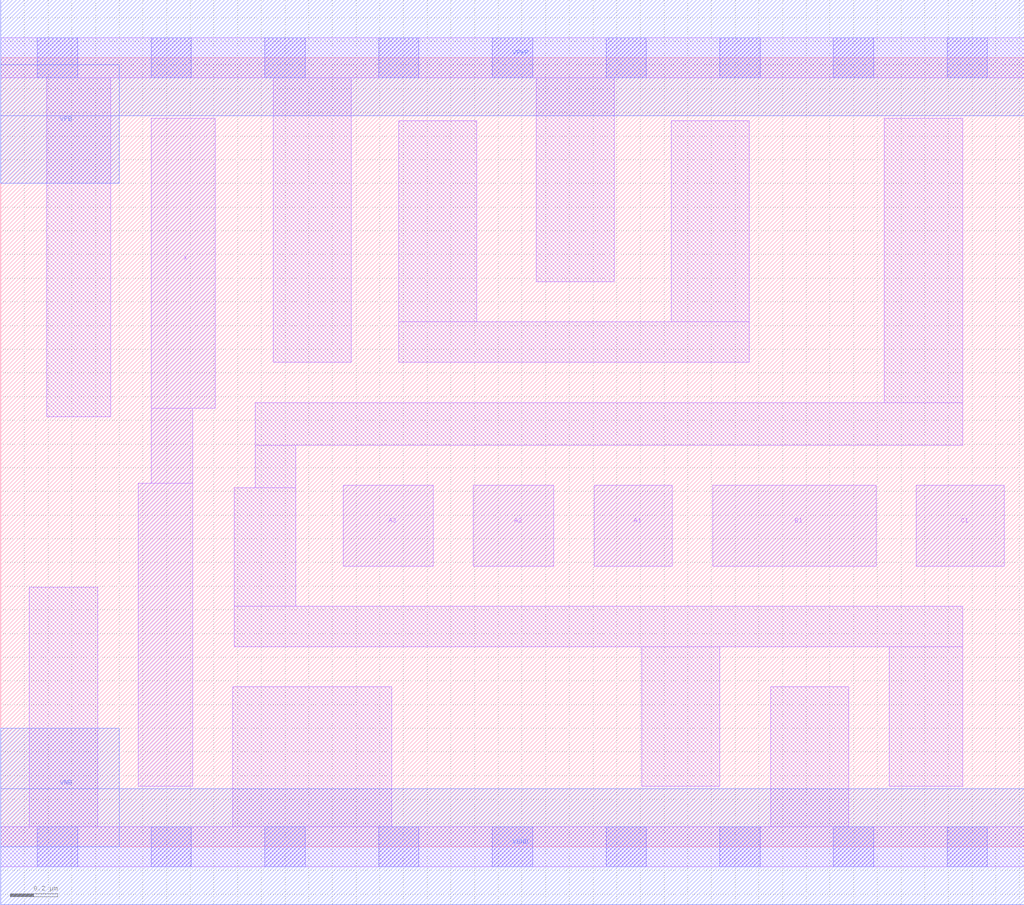
<source format=lef>
# Copyright 2020 The SkyWater PDK Authors
#
# Licensed under the Apache License, Version 2.0 (the "License");
# you may not use this file except in compliance with the License.
# You may obtain a copy of the License at
#
#     https://www.apache.org/licenses/LICENSE-2.0
#
# Unless required by applicable law or agreed to in writing, software
# distributed under the License is distributed on an "AS IS" BASIS,
# WITHOUT WARRANTIES OR CONDITIONS OF ANY KIND, either express or implied.
# See the License for the specific language governing permissions and
# limitations under the License.
#
# SPDX-License-Identifier: Apache-2.0

VERSION 5.5 ;
NAMESCASESENSITIVE ON ;
BUSBITCHARS "[]" ;
DIVIDERCHAR "/" ;
MACRO sky130_fd_sc_lp__a311o_2
  CLASS CORE ;
  SOURCE USER ;
  ORIGIN  0.000000  0.000000 ;
  SIZE  4.320000 BY  3.330000 ;
  SYMMETRY X Y R90 ;
  SITE unit ;
  PIN A1
    ANTENNAGATEAREA  0.315000 ;
    DIRECTION INPUT ;
    USE SIGNAL ;
    PORT
      LAYER li1 ;
        RECT 2.505000 1.185000 2.835000 1.525000 ;
    END
  END A1
  PIN A2
    ANTENNAGATEAREA  0.315000 ;
    DIRECTION INPUT ;
    USE SIGNAL ;
    PORT
      LAYER li1 ;
        RECT 1.995000 1.185000 2.335000 1.525000 ;
    END
  END A2
  PIN A3
    ANTENNAGATEAREA  0.315000 ;
    DIRECTION INPUT ;
    USE SIGNAL ;
    PORT
      LAYER li1 ;
        RECT 1.445000 1.185000 1.825000 1.525000 ;
    END
  END A3
  PIN B1
    ANTENNAGATEAREA  0.315000 ;
    DIRECTION INPUT ;
    USE SIGNAL ;
    PORT
      LAYER li1 ;
        RECT 3.005000 1.185000 3.695000 1.525000 ;
    END
  END B1
  PIN C1
    ANTENNAGATEAREA  0.315000 ;
    DIRECTION INPUT ;
    USE SIGNAL ;
    PORT
      LAYER li1 ;
        RECT 3.865000 1.185000 4.235000 1.525000 ;
    END
  END C1
  PIN X
    ANTENNADIFFAREA  0.588000 ;
    DIRECTION OUTPUT ;
    USE SIGNAL ;
    PORT
      LAYER li1 ;
        RECT 0.580000 0.255000 0.810000 1.535000 ;
        RECT 0.635000 1.535000 0.810000 1.850000 ;
        RECT 0.635000 1.850000 0.905000 3.075000 ;
    END
  END X
  PIN VGND
    DIRECTION INOUT ;
    USE GROUND ;
    PORT
      LAYER met1 ;
        RECT 0.000000 -0.245000 4.320000 0.245000 ;
    END
  END VGND
  PIN VNB
    DIRECTION INOUT ;
    USE GROUND ;
    PORT
      LAYER met1 ;
        RECT 0.000000 0.000000 0.500000 0.500000 ;
    END
  END VNB
  PIN VPB
    DIRECTION INOUT ;
    USE POWER ;
    PORT
      LAYER met1 ;
        RECT 0.000000 2.800000 0.500000 3.300000 ;
    END
  END VPB
  PIN VPWR
    DIRECTION INOUT ;
    USE POWER ;
    PORT
      LAYER met1 ;
        RECT 0.000000 3.085000 4.320000 3.575000 ;
    END
  END VPWR
  OBS
    LAYER li1 ;
      RECT 0.000000 -0.085000 4.320000 0.085000 ;
      RECT 0.000000  3.245000 4.320000 3.415000 ;
      RECT 0.120000  0.085000 0.410000 1.095000 ;
      RECT 0.195000  1.815000 0.465000 3.245000 ;
      RECT 0.980000  0.085000 1.650000 0.675000 ;
      RECT 0.985000  0.845000 4.060000 1.015000 ;
      RECT 0.985000  1.015000 1.245000 1.515000 ;
      RECT 1.075000  1.515000 1.245000 1.695000 ;
      RECT 1.075000  1.695000 4.060000 1.875000 ;
      RECT 1.150000  2.045000 1.480000 3.245000 ;
      RECT 1.680000  2.045000 3.160000 2.215000 ;
      RECT 1.680000  2.215000 2.010000 3.065000 ;
      RECT 2.260000  2.385000 2.590000 3.245000 ;
      RECT 2.705000  0.255000 3.035000 0.845000 ;
      RECT 2.830000  2.215000 3.160000 3.065000 ;
      RECT 3.250000  0.085000 3.580000 0.675000 ;
      RECT 3.730000  1.875000 4.060000 3.075000 ;
      RECT 3.750000  0.255000 4.060000 0.845000 ;
    LAYER mcon ;
      RECT 0.155000 -0.085000 0.325000 0.085000 ;
      RECT 0.155000  3.245000 0.325000 3.415000 ;
      RECT 0.635000 -0.085000 0.805000 0.085000 ;
      RECT 0.635000  3.245000 0.805000 3.415000 ;
      RECT 1.115000 -0.085000 1.285000 0.085000 ;
      RECT 1.115000  3.245000 1.285000 3.415000 ;
      RECT 1.595000 -0.085000 1.765000 0.085000 ;
      RECT 1.595000  3.245000 1.765000 3.415000 ;
      RECT 2.075000 -0.085000 2.245000 0.085000 ;
      RECT 2.075000  3.245000 2.245000 3.415000 ;
      RECT 2.555000 -0.085000 2.725000 0.085000 ;
      RECT 2.555000  3.245000 2.725000 3.415000 ;
      RECT 3.035000 -0.085000 3.205000 0.085000 ;
      RECT 3.035000  3.245000 3.205000 3.415000 ;
      RECT 3.515000 -0.085000 3.685000 0.085000 ;
      RECT 3.515000  3.245000 3.685000 3.415000 ;
      RECT 3.995000 -0.085000 4.165000 0.085000 ;
      RECT 3.995000  3.245000 4.165000 3.415000 ;
  END
END sky130_fd_sc_lp__a311o_2

</source>
